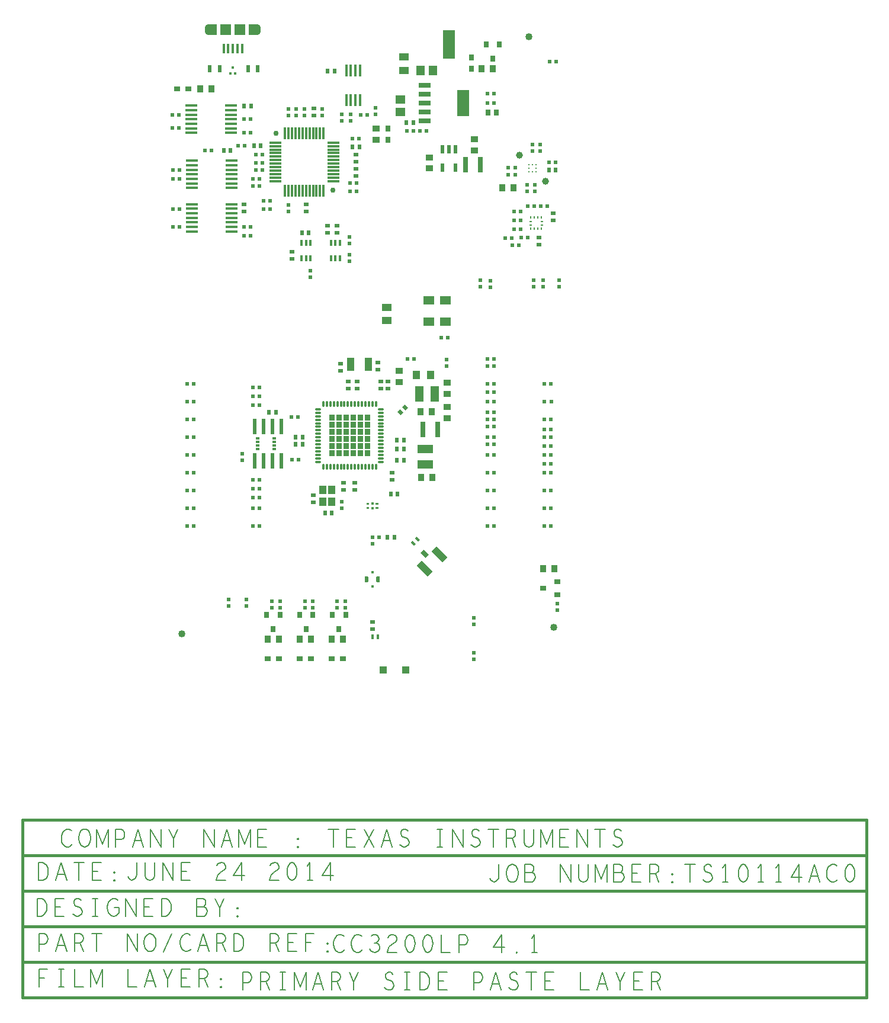
<source format=gbr>
G04 ================== begin FILE IDENTIFICATION RECORD ==================*
G04 Layout Name:  CC3200-LAUNCHXL_BRD_Rev4p1_20140624.brd*
G04 Film Name:    SPT.gbr*
G04 File Format:  Gerber RS274X*
G04 File Origin:  Cadence Allegro 16.6-P004*
G04 Origin Date:  Tue Jun 24 08:36:08 2014*
G04 *
G04 Layer:  DRAWING FORMAT/SPT*
G04 Layer:  PIN/PASTEMASK_TOP*
G04 Layer:  PACKAGE GEOMETRY/PASTEMASK_TOP*
G04 Layer:  DRAWING FORMAT/FILM_LABEL_OUTLINE*
G04 *
G04 Offset:    (0.0000 0.0000)*
G04 Mirror:    No*
G04 Mode:      Positive*
G04 Rotation:  0*
G04 FullContactRelief:  No*
G04 UndefLineWidth:     6.0000*
G04 ================== end FILE IDENTIFICATION RECORD ====================*
%FSLAX25Y25*MOIN*%
%IR0*IPPOS*OFA0.00000B0.00000*MIA0B0*SFA1.00000B1.00000*%
%ADD61R,.07X.15*%
%ADD59R,.045276X.057087*%
%ADD47R,.057087X.045276*%
%ADD30C,.03*%
%ADD10C,.04*%
%AMMACRO37*
21,1,.074803,.043307,0.0,0.0,89.997*%
%ADD37MACRO37*%
%AMMACRO26*
4,1,24,.032382,-.010827,
.032382,.010827,
.032083,.014245,
.031195,.017559,
.029745,.020669,
.027776,.02348,
.02535,.025906,
.022539,.027875,
.01943,.029325,
.016115,.030213,
.012697,.030512,
.012697,.030512,
-.032382,.030512,
-.032382,-.030512,
.012697,-.030512,
.016115,-.030213,
.019429,-.029325,
.022539,-.027875,
.02535,-.025906,
.027776,-.02348,
.029745,-.020669,
.031195,-.017559,
.032083,-.014245,
.032382,-.010827,
.032382,-.010827,
0.0*
%
%ADD26MACRO26*%
%AMMACRO51*
21,1,.041339,.025,0.0,0.0,135.*%
%ADD51MACRO51*%
%AMMACRO50*
21,1,.02598,.01417,0.0,0.0,135.*%
%ADD50MACRO50*%
%ADD18R,.011811X.011811*%
%ADD27R,.004303X.059421*%
%ADD67C,.03937*%
%AMMACRO42*
4,1,6,-.009842,-.010969,
-.009842,.010969,
-.003095,.017717,
.009842,.017717,
.009842,-.017717,
-.003095,-.017717,
-.009842,-.010969,
0.0*
%
%ADD42MACRO42*%
%AMMACRO49*
21,1,.086614,.041339,0.0,0.0,135.*%
%ADD49MACRO49*%
%AMMACRO43*
21,1,.025984,.022835,0.0,0.0,135.*%
%ADD43MACRO43*%
%ADD41R,.01378X.01378*%
%ADD13R,.032X.03*%
%ADD48R,.03X.032*%
%ADD58R,.07X.03*%
%ADD56R,.04X.05*%
%ADD28R,.07X.012*%
%ADD33O,.012X.038*%
%ADD29R,.012X.07*%
%ADD64R,.035X.031*%
%ADD32O,.038X.012*%
%ADD22R,.031X.035*%
%ADD57R,.063X.05*%
%ADD12R,.07X.016*%
%ADD31R,.04X.048*%
%ADD19R,.024X.039*%
%ADD60R,.024X.048*%
%ADD23R,.024X.085*%
%AMMACRO21*
4,1,24,-.032382,.010827,
-.032382,-.010827,
-.032083,-.014245,
-.031195,-.017559,
-.029745,-.020669,
-.027776,-.02348,
-.02535,-.025906,
-.022539,-.027875,
-.01943,-.029325,
-.016115,-.030213,
-.012697,-.030512,
-.012697,-.030512,
.032382,-.030512,
.032382,.030512,
-.012697,.030512,
-.016115,.030213,
-.019429,.029325,
-.022539,.027875,
-.02535,.025906,
-.027776,.02348,
-.029745,.020669,
-.031195,.017559,
-.032083,.014245,
-.032382,.010827,
-.032382,.010827,
0.0*
%
%ADD21MACRO21*%
%ADD62R,.068898X.159449*%
%ADD66R,.011024X.016142*%
%ADD65R,.016142X.011024*%
%AMMACRO35*
4,1,6,.009842,.010969,
.009842,-.010969,
.003095,-.017717,
-.009842,-.017717,
-.009842,.017717,
.003095,.017717,
.009842,.010969,
0.0*
%
%ADD35MACRO35*%
%ADD40R,.01417X.02598*%
%ADD36R,.043307X.074803*%
%ADD38R,.017X.066929*%
%ADD24R,.019685X.011811*%
%ADD16R,.035433X.03937*%
%ADD46R,.03937X.035433*%
%ADD20R,.059055X.061024*%
%ADD52R,.037402X.03937*%
%ADD11R,.022441X.024409*%
%ADD44R,.03937X.037402*%
%ADD39R,.03937X.03937*%
%ADD14R,.024409X.022441*%
%ADD34R,.015748X.037402*%
%ADD68C,.009842*%
%ADD45R,.055118X.041339*%
%ADD63R,.027559X.035433*%
%ADD55R,.049213X.086614*%
%ADD54R,.031496X.086614*%
%ADD53R,.086614X.049213*%
%ADD17R,.015748X.05315*%
%ADD15R,.022835X.025984*%
%ADD25R,.025984X.022835*%
%ADD69C,.015*%
%ADD70C,.006*%
G75*
%LPD*%
G75*
G36*
G01X93020Y140290D02*
Y143710D01*
X95980D01*
Y140290D01*
X93020D01*
G37*
G36*
G01Y136290D02*
Y139710D01*
X95980D01*
Y136290D01*
X93020D01*
G37*
G36*
G01Y132290D02*
Y135710D01*
X95980D01*
Y132290D01*
X93020D01*
G37*
G36*
G01Y128290D02*
Y131710D01*
X95980D01*
Y128290D01*
X93020D01*
G37*
G36*
G01Y124290D02*
Y127710D01*
X95980D01*
Y124290D01*
X93020D01*
G37*
G36*
G01Y144290D02*
Y147710D01*
X95980D01*
Y144290D01*
X93020D01*
G37*
G36*
G01X113949Y96991D02*
Y98172D01*
X115523D01*
Y96991D01*
X113949D01*
G37*
G36*
G01Y94628D02*
Y95809D01*
X115523D01*
Y94628D01*
X113949D01*
G37*
G36*
G01X113020Y140290D02*
Y143710D01*
X115980D01*
Y140290D01*
X113020D01*
G37*
G36*
G01X109020D02*
Y143710D01*
X111980D01*
Y140290D01*
X109020D01*
G37*
G36*
G01X105020D02*
Y143710D01*
X107980D01*
Y140290D01*
X105020D01*
G37*
G36*
G01X101020D02*
Y143710D01*
X103980D01*
Y140290D01*
X101020D01*
G37*
G36*
G01X97020D02*
Y143710D01*
X99980D01*
Y140290D01*
X97020D01*
G37*
G36*
G01X113020Y136290D02*
Y139710D01*
X115980D01*
Y136290D01*
X113020D01*
G37*
G36*
G01X109020D02*
Y139710D01*
X111980D01*
Y136290D01*
X109020D01*
G37*
G36*
G01X105020D02*
Y139710D01*
X107980D01*
Y136290D01*
X105020D01*
G37*
G36*
G01X101020D02*
Y139710D01*
X103980D01*
Y136290D01*
X101020D01*
G37*
G36*
G01X97020D02*
Y139710D01*
X99980D01*
Y136290D01*
X97020D01*
G37*
G36*
G01X113020Y132290D02*
Y135710D01*
X115980D01*
Y132290D01*
X113020D01*
G37*
G36*
G01X109020D02*
Y135710D01*
X111980D01*
Y132290D01*
X109020D01*
G37*
G36*
G01X105020D02*
Y135710D01*
X107980D01*
Y132290D01*
X105020D01*
G37*
G36*
G01X101020D02*
Y135710D01*
X103980D01*
Y132290D01*
X101020D01*
G37*
G36*
G01X97020D02*
Y135710D01*
X99980D01*
Y132290D01*
X97020D01*
G37*
G36*
G01X113020Y128290D02*
Y131710D01*
X115980D01*
Y128290D01*
X113020D01*
G37*
G36*
G01X109020D02*
Y131710D01*
X111980D01*
Y128290D01*
X109020D01*
G37*
G36*
G01X105020D02*
Y131710D01*
X107980D01*
Y128290D01*
X105020D01*
G37*
G36*
G01X101020D02*
Y131710D01*
X103980D01*
Y128290D01*
X101020D01*
G37*
G36*
G01X97020D02*
Y131710D01*
X99980D01*
Y128290D01*
X97020D01*
G37*
G36*
G01X113020Y124290D02*
Y127710D01*
X115980D01*
Y124290D01*
X113020D01*
G37*
G36*
G01X109020D02*
Y127710D01*
X111980D01*
Y124290D01*
X109020D01*
G37*
G36*
G01X105020D02*
Y127710D01*
X107980D01*
Y124290D01*
X105020D01*
G37*
G36*
G01X101020D02*
Y127710D01*
X103980D01*
Y124290D01*
X101020D01*
G37*
G36*
G01X97020D02*
Y127710D01*
X99980D01*
Y124290D01*
X97020D01*
G37*
G36*
G01Y144290D02*
Y147710D01*
X99980D01*
Y144290D01*
X97020D01*
G37*
G36*
G01X101020D02*
Y147710D01*
X103980D01*
Y144290D01*
X101020D01*
G37*
G36*
G01X105020D02*
Y147710D01*
X107980D01*
Y144290D01*
X105020D01*
G37*
G36*
G01X109020D02*
Y147710D01*
X111980D01*
Y144290D01*
X109020D01*
G37*
G36*
G01X113020D02*
Y147710D01*
X115980D01*
Y144290D01*
X113020D01*
G37*
G36*
G01X119067Y94628D02*
Y95809D01*
X120641D01*
Y94628D01*
X119067D01*
G37*
G36*
G01Y96991D02*
Y98172D01*
X120641D01*
Y96991D01*
X119067D01*
G37*
G54D10*
X10000Y24500D03*
X205500Y360500D03*
X219500Y28000D03*
G54D11*
X13110Y95000D03*
X16890D03*
X13110Y85000D03*
X16890D03*
X13110Y105000D03*
X16890D03*
X13110Y115000D03*
X16890D03*
X13110Y125000D03*
X16890D03*
X13110Y135000D03*
X16890D03*
X13110Y155000D03*
X16890D03*
X13110Y145000D03*
X16890D03*
X13110Y165000D03*
X16890D03*
X8890Y253500D03*
X5110D03*
X8890Y263500D03*
X5110D03*
X8890Y280500D03*
X5110D03*
X8890Y285500D03*
X5110D03*
X8390Y316500D03*
X4610D03*
Y309000D03*
X8390D03*
X26890Y296500D03*
X23110D03*
X50110Y95000D03*
X53890D03*
X50110Y85000D03*
X53890D03*
X50110Y101000D03*
X53890D03*
X50110Y111000D03*
X53890D03*
X50110Y106000D03*
X53890D03*
X50110Y158000D03*
X53890D03*
X50110Y153000D03*
X53890D03*
X50110Y163000D03*
X53890D03*
X45110Y253500D03*
X48890D03*
X45110Y248500D03*
X48890D03*
X56110Y263500D03*
Y268000D03*
X53890Y276500D03*
X50110D03*
X53890Y280500D03*
X50110D03*
X55390Y289500D03*
X51610D03*
Y285500D03*
X55390D03*
X41610Y299000D03*
X45390D03*
X55390Y294000D03*
X51610D03*
X45110Y306500D03*
X48890D03*
X45110Y314000D03*
X48890D03*
X75890Y122500D03*
X72110D03*
X71610Y146500D03*
X75390D03*
X59890Y263500D03*
Y268000D03*
X104610Y278000D03*
X108390D03*
X104610Y273500D03*
X108390D03*
X106110Y303000D03*
X109890D03*
X114390Y316500D03*
X110610D03*
X117334Y78764D03*
X121114D03*
X136610Y307500D03*
X140690Y179100D03*
X136910D03*
X156110Y191000D03*
X147890Y307500D03*
X144110D03*
X140390D03*
X159890Y191000D03*
X182110Y95000D03*
X185890D03*
X182110Y85000D03*
X185890D03*
X182110Y115000D03*
X185890D03*
X182110Y105000D03*
X185890D03*
X182110Y125000D03*
X185890D03*
X182110Y141000D03*
X185890D03*
X182110Y131000D03*
X185890D03*
X182110Y135000D03*
X185890D03*
X182110Y145000D03*
X185890D03*
X182110Y149000D03*
X185890D03*
X182110Y160500D03*
X185890D03*
X182110Y155000D03*
X185890D03*
X182110Y165000D03*
X185890D03*
X182110Y175000D03*
X185890D03*
X182110Y179000D03*
X185890D03*
X192110Y247000D03*
X185890Y323000D03*
X182110D03*
Y328500D03*
X185890D03*
X214110Y85000D03*
Y95000D03*
Y115000D03*
Y105000D03*
Y120000D03*
Y135000D03*
Y125000D03*
Y130000D03*
Y139500D03*
Y145000D03*
X214218Y155000D03*
X214110Y165000D03*
X197110Y252000D03*
X200890D03*
X196110Y243000D03*
X199890D03*
X197110Y257000D03*
X200890D03*
X195890Y247000D03*
X204890Y247500D03*
X201110D03*
X208390Y265000D03*
X204610D03*
X212110D03*
X200890Y262000D03*
X197110D03*
X217890Y85000D03*
Y95000D03*
Y115000D03*
Y105000D03*
Y120000D03*
Y135000D03*
Y125000D03*
Y130000D03*
Y139500D03*
Y145000D03*
X217998Y155000D03*
X217890Y165000D03*
X215890Y265000D03*
X216680Y289753D03*
X220459D03*
X220890Y346500D03*
X217110D03*
G54D20*
X34845Y364291D03*
X42719D03*
G54D21*
X26489D03*
G54D12*
X15878Y250823D03*
Y253382D03*
Y255941D03*
Y258500D03*
Y261059D03*
Y263618D03*
Y266177D03*
Y275323D03*
Y277882D03*
Y280441D03*
Y283000D03*
Y285559D03*
Y288118D03*
Y290677D03*
X15378Y306323D03*
Y308882D03*
Y311441D03*
Y314000D03*
Y316559D03*
Y319118D03*
Y321677D03*
X38122Y250823D03*
Y253382D03*
Y255941D03*
Y258500D03*
Y261059D03*
Y263618D03*
Y266177D03*
Y275323D03*
Y277882D03*
Y280441D03*
Y283000D03*
Y285559D03*
Y288118D03*
Y290677D03*
X37622Y306323D03*
Y308882D03*
Y311441D03*
Y314000D03*
Y316559D03*
Y319118D03*
Y321677D03*
G54D30*
X63000Y306000D03*
X95000Y274000D03*
G54D40*
X120523Y22900D03*
X117295D03*
G54D31*
X94559Y98654D03*
X89441D03*
X94559Y105346D03*
X89441D03*
G54D22*
X57750Y34950D03*
X65250D03*
X61500Y27050D03*
X76250Y34950D03*
X83750D03*
X80000Y27050D03*
X94750Y34950D03*
X102250D03*
X98500Y27050D03*
X188750Y355950D03*
X181250D03*
X185000Y348050D03*
G54D13*
X7250Y331000D03*
X13750D03*
X58250Y10500D03*
X64750D03*
X76250D03*
X82750D03*
X94250D03*
X100750D03*
G54D14*
X36500Y43890D03*
Y40110D03*
X46500D03*
Y43890D03*
X44000Y122110D03*
Y125890D03*
X65250Y42890D03*
Y39110D03*
X60750Y42890D03*
Y39110D03*
X70000Y262110D03*
Y265890D03*
X74500Y316110D03*
X70000D03*
X74500Y319890D03*
X70000D03*
X83750Y42890D03*
Y39110D03*
X79250Y42890D03*
Y39110D03*
X82500Y225110D03*
Y228890D03*
X79000Y316110D03*
X89000D03*
X79000Y319890D03*
X89000D03*
X102000Y42890D03*
Y39110D03*
X97500Y42890D03*
Y39110D03*
X100000Y98890D03*
Y95110D03*
X104500Y234110D03*
Y237890D03*
Y244110D03*
Y247890D03*
X100000Y313110D03*
Y316890D03*
X105000Y313110D03*
Y316890D03*
X117295Y78725D03*
Y74945D03*
X119000Y316610D03*
Y320390D03*
X174500Y10110D03*
Y13890D03*
Y33390D03*
Y29610D03*
X159000Y175110D03*
Y178890D03*
X183800Y219410D03*
X178000Y219610D03*
X183800Y223190D03*
X178000Y223390D03*
X193800Y282902D03*
Y286682D03*
X213500Y219610D03*
X208000D03*
X213500Y223390D03*
X208000D03*
X208779Y273336D03*
Y277116D03*
X204279Y273336D03*
Y277116D03*
X211779Y296110D03*
X207500D03*
X197827Y286682D03*
Y282902D03*
X211779Y299890D03*
X207500D03*
X221500Y37610D03*
Y41390D03*
X222500Y219610D03*
Y223390D03*
G54D23*
X56000Y121894D03*
X51000D03*
X56000Y141106D03*
X51000D03*
X66000Y121894D03*
X61000D03*
X66000Y141106D03*
X61000D03*
G54D32*
X86783Y121236D03*
Y140921D03*
Y138953D03*
Y136984D03*
Y135016D03*
Y133047D03*
Y131079D03*
Y129110D03*
Y127142D03*
Y125173D03*
Y123205D03*
Y150764D03*
Y148795D03*
Y146827D03*
Y144858D03*
Y142890D03*
X122217Y121236D03*
Y123205D03*
Y125173D03*
Y127142D03*
Y129110D03*
Y131079D03*
Y133047D03*
Y135016D03*
Y136984D03*
Y138953D03*
Y140921D03*
Y142890D03*
Y144858D03*
Y146827D03*
Y148795D03*
Y150764D03*
G54D41*
X117295Y58937D03*
Y51063D03*
Y95120D03*
Y97680D03*
G54D50*
X142741Y77841D03*
X140459Y75559D03*
G54D15*
X33571Y296500D03*
X37429D03*
X50571Y299000D03*
X54429D03*
X48929Y321500D03*
X45071D03*
X74071Y135000D03*
Y131000D03*
X62929Y149000D03*
X59071D03*
X77571Y250000D03*
X90571Y92500D03*
X94429D03*
X77929Y135000D03*
Y131000D03*
X81429Y250000D03*
X92071Y341000D03*
X95929D03*
X109929Y298500D03*
X106071D03*
X129590Y78764D03*
X125731D03*
X131429Y103000D03*
X127571D03*
X134929Y122000D03*
X131071D03*
X134929Y128500D03*
X131071D03*
X134929Y133500D03*
X131071D03*
X136500Y312000D03*
X140358D03*
X220538Y285532D03*
X216680D03*
G54D24*
X52776Y128547D03*
Y130516D03*
Y132484D03*
Y134453D03*
X62224D03*
Y132484D03*
Y130516D03*
Y128547D03*
G54D60*
X156660Y286743D03*
X164140D03*
X156660Y297058D03*
X160400D03*
X164140D03*
G54D33*
X89736Y118283D03*
X91705D03*
X93673D03*
X95642D03*
Y153717D03*
X93673D03*
X91705D03*
X89736D03*
X97610Y118283D03*
X99579D03*
X101547D03*
X103516D03*
X105484D03*
X107453D03*
X109421D03*
X111390D03*
X113358D03*
X115327D03*
Y153717D03*
X113358D03*
X111390D03*
X109421D03*
X107453D03*
X105484D03*
X103516D03*
X101547D03*
X99579D03*
X97610D03*
X117295Y118283D03*
X119264D03*
Y153717D03*
X117295D03*
G54D42*
X120445Y55000D03*
G54D51*
X146701Y69329D03*
G54D70*
G01X-70227Y-174333D02*
Y-164333D01*
X-65477D01*
G01X-67227Y-169166D02*
X-70227D01*
G01X-59352Y-164333D02*
X-56352D01*
G01X-57852D02*
Y-174333D01*
G01X-59352D02*
X-56352D01*
G01X-50352Y-164333D02*
Y-174333D01*
X-45352D01*
G01X-41102D02*
Y-164333D01*
X-37852Y-172666D01*
X-34602Y-164333D01*
Y-174333D01*
G01X-20352Y-164333D02*
Y-174333D01*
X-15352D01*
G01X-10977D02*
X-7852Y-164333D01*
X-4727Y-174333D01*
G01X-5852Y-170833D02*
X-9852D01*
G01X2148Y-174333D02*
Y-169833D01*
X-352Y-164333D01*
G01X4648D02*
X2148Y-169833D01*
G01X14648Y-174333D02*
X9648D01*
Y-164333D01*
X14648D01*
G01X12648Y-169166D02*
X9648D01*
G01X19648Y-174333D02*
Y-164333D01*
X22773D01*
X23773Y-164833D01*
X24398Y-165500D01*
X24648Y-166833D01*
X24398Y-168166D01*
X23648Y-169000D01*
X22773Y-169500D01*
X19648D01*
G01X22773D02*
X24648Y-174333D01*
G01X32148Y-174666D02*
X31898Y-174500D01*
Y-174166D01*
X32148Y-174000D01*
X32398Y-174166D01*
Y-174500D01*
X32148Y-174666D01*
G01Y-170167D02*
X31898Y-170000D01*
Y-169666D01*
X32148Y-169500D01*
X32398Y-169666D01*
Y-170000D01*
X32148Y-170167D01*
G01X-70352Y-154333D02*
Y-144333D01*
X-67352D01*
X-66352Y-144833D01*
X-65602Y-146000D01*
X-65352Y-147333D01*
X-65602Y-148666D01*
X-66227Y-149666D01*
X-67352Y-150167D01*
X-70352D01*
G01X-60977Y-154333D02*
X-57852Y-144333D01*
X-54727Y-154333D01*
G01X-55852Y-150833D02*
X-59852D01*
G01X-50352Y-154333D02*
Y-144333D01*
X-47227D01*
X-46227Y-144833D01*
X-45602Y-145500D01*
X-45352Y-146833D01*
X-45602Y-148166D01*
X-46352Y-149000D01*
X-47227Y-149500D01*
X-50352D01*
G01X-47227D02*
X-45352Y-154333D01*
G01X-37852Y-144333D02*
Y-154333D01*
G01X-40727Y-144333D02*
X-34977D01*
G01X-20727Y-154333D02*
Y-144333D01*
X-14977Y-154333D01*
Y-144333D01*
G01X-7852Y-154333D02*
X-8852Y-154166D01*
X-9727Y-153500D01*
X-10477Y-152500D01*
X-10977Y-151333D01*
X-11227Y-150000D01*
Y-148666D01*
X-10977Y-147333D01*
X-10477Y-146166D01*
X-9727Y-145166D01*
X-8852Y-144500D01*
X-7852Y-144333D01*
X-6852Y-144500D01*
X-5977Y-145166D01*
X-5227Y-146166D01*
X-4727Y-147333D01*
X-4477Y-148666D01*
Y-150000D01*
X-4727Y-151333D01*
X-5227Y-152500D01*
X-5977Y-153500D01*
X-6852Y-154166D01*
X-7852Y-154333D01*
G01X-102Y-154666D02*
X4398Y-144333D01*
G01X14898Y-145166D02*
X14148Y-144666D01*
X13273Y-144333D01*
X12273D01*
X11148Y-144833D01*
X10273Y-145666D01*
X9648Y-146666D01*
X9148Y-148333D01*
X9023Y-149833D01*
X9273Y-151333D01*
X9648Y-152333D01*
X10398Y-153333D01*
X11273Y-154000D01*
X12148Y-154333D01*
X13023D01*
X13898Y-154000D01*
X14648Y-153500D01*
X15273Y-152833D01*
G01X19023Y-154333D02*
X22148Y-144333D01*
X25273Y-154333D01*
G01X24148Y-150833D02*
X20148D01*
G01X29648Y-154333D02*
Y-144333D01*
X32773D01*
X33773Y-144833D01*
X34398Y-145500D01*
X34648Y-146833D01*
X34398Y-148166D01*
X33648Y-149000D01*
X32773Y-149500D01*
X29648D01*
G01X32773D02*
X34648Y-154333D01*
G01X39398D02*
Y-144333D01*
X41898D01*
X42898Y-144833D01*
X43648Y-145500D01*
X44273Y-146500D01*
X44773Y-147667D01*
X44898Y-149333D01*
X44773Y-151000D01*
X44273Y-152166D01*
X43648Y-153167D01*
X42898Y-153833D01*
X41898Y-154333D01*
X39398D01*
G01X59648D02*
Y-144333D01*
X62773D01*
X63773Y-144833D01*
X64398Y-145500D01*
X64648Y-146833D01*
X64398Y-148166D01*
X63648Y-149000D01*
X62773Y-149500D01*
X59648D01*
G01X62773D02*
X64648Y-154333D01*
G01X74648D02*
X69648D01*
Y-144333D01*
X74648D01*
G01X72648Y-149166D02*
X69648D01*
G01X79773Y-154333D02*
Y-144333D01*
X84523D01*
G01X82773Y-149166D02*
X79773D01*
G01X92148Y-154666D02*
X91898Y-154500D01*
Y-154166D01*
X92148Y-154000D01*
X92398Y-154166D01*
Y-154500D01*
X92148Y-154666D01*
G01Y-150167D02*
X91898Y-150000D01*
Y-149666D01*
X92148Y-149500D01*
X92398Y-149666D01*
Y-150000D01*
X92148Y-150167D01*
G01X-71352Y-134463D02*
Y-124463D01*
X-68852D01*
X-67852Y-124963D01*
X-67102Y-125630D01*
X-66477Y-126630D01*
X-65977Y-127797D01*
X-65852Y-129463D01*
X-65977Y-131130D01*
X-66477Y-132296D01*
X-67102Y-133297D01*
X-67852Y-133963D01*
X-68852Y-134463D01*
X-71352D01*
G01X-56102D02*
X-61102D01*
Y-124463D01*
X-56102D01*
G01X-58102Y-129296D02*
X-61102D01*
G01X-51227Y-133130D02*
X-50227Y-133963D01*
X-49102Y-134463D01*
X-48102D01*
X-47102Y-133963D01*
X-46352Y-133130D01*
X-45977Y-131963D01*
X-46227Y-130797D01*
X-46852Y-129796D01*
X-47977Y-129130D01*
X-49477Y-128796D01*
X-50352Y-128130D01*
X-50727Y-126963D01*
X-50477Y-125796D01*
X-49852Y-124963D01*
X-48977Y-124463D01*
X-48102D01*
X-47227Y-124796D01*
X-46477Y-125630D01*
G01X-40102Y-124463D02*
X-37102D01*
G01X-38602D02*
Y-134463D01*
G01X-40102D02*
X-37102D01*
G01X-27852Y-129463D02*
X-25352D01*
Y-132463D01*
X-26102Y-133463D01*
X-26977Y-134130D01*
X-28227Y-134463D01*
X-29477Y-134130D01*
X-30352Y-133463D01*
X-31102Y-132463D01*
X-31602Y-131296D01*
X-31852Y-129963D01*
Y-128796D01*
X-31602Y-127797D01*
X-31102Y-126630D01*
X-30352Y-125630D01*
X-29602Y-124963D01*
X-28602Y-124463D01*
X-27727D01*
X-26727Y-124796D01*
X-25977Y-125463D01*
G01X-21477Y-134463D02*
Y-124463D01*
X-15727Y-134463D01*
Y-124463D01*
G01X-6102Y-134463D02*
X-11102D01*
Y-124463D01*
X-6102D01*
G01X-8102Y-129296D02*
X-11102D01*
G01X-1352Y-134463D02*
Y-124463D01*
X1148D01*
X2148Y-124963D01*
X2898Y-125630D01*
X3523Y-126630D01*
X4023Y-127797D01*
X4148Y-129463D01*
X4023Y-131130D01*
X3523Y-132296D01*
X2898Y-133297D01*
X2148Y-133963D01*
X1148Y-134463D01*
X-1352D01*
G01X22398Y-129130D02*
X22898Y-128630D01*
X23273Y-127797D01*
X23523Y-126630D01*
X23273Y-125630D01*
X22773Y-124963D01*
X21898Y-124463D01*
X18523D01*
Y-134463D01*
X22648D01*
X23523Y-133796D01*
X24023Y-132796D01*
X24273Y-131630D01*
X24023Y-130463D01*
X23273Y-129463D01*
X22398Y-129130D01*
X18523D01*
G01X31398Y-134463D02*
Y-129963D01*
X28898Y-124463D01*
G01X33898D02*
X31398Y-129963D01*
G01X41398Y-134796D02*
X41148Y-134630D01*
Y-134296D01*
X41398Y-134130D01*
X41648Y-134296D01*
Y-134630D01*
X41398Y-134796D01*
G01Y-130297D02*
X41148Y-130130D01*
Y-129796D01*
X41398Y-129630D01*
X41648Y-129796D01*
Y-130130D01*
X41398Y-130297D01*
G01X-70602Y-114333D02*
Y-104333D01*
X-68102D01*
X-67102Y-104833D01*
X-66352Y-105500D01*
X-65727Y-106500D01*
X-65227Y-107667D01*
X-65102Y-109333D01*
X-65227Y-111000D01*
X-65727Y-112166D01*
X-66352Y-113167D01*
X-67102Y-113833D01*
X-68102Y-114333D01*
X-70602D01*
G01X-60977D02*
X-57852Y-104333D01*
X-54727Y-114333D01*
G01X-55852Y-110833D02*
X-59852D01*
G01X-47852Y-104333D02*
Y-114333D01*
G01X-50727Y-104333D02*
X-44977D01*
G01X-35352Y-114333D02*
X-40352D01*
Y-104333D01*
X-35352D01*
G01X-37352Y-109166D02*
X-40352D01*
G01X-27852Y-114666D02*
X-28102Y-114500D01*
Y-114166D01*
X-27852Y-114000D01*
X-27602Y-114166D01*
Y-114500D01*
X-27852Y-114666D01*
G01Y-110167D02*
X-28102Y-110000D01*
Y-109666D01*
X-27852Y-109500D01*
X-27602Y-109666D01*
Y-110000D01*
X-27852Y-110167D01*
G01X-20352Y-112333D02*
X-19727Y-113333D01*
X-18977Y-114000D01*
X-18102Y-114333D01*
X-17102Y-114000D01*
X-16352Y-113333D01*
X-15602Y-112333D01*
X-15352Y-111000D01*
Y-104333D01*
G01X-10602D02*
Y-111500D01*
X-10102Y-113000D01*
X-9102Y-114000D01*
X-7852Y-114333D01*
X-6602Y-114000D01*
X-5602Y-113000D01*
X-5102Y-111500D01*
Y-104333D01*
G01X-727Y-114333D02*
Y-104333D01*
X5023Y-114333D01*
Y-104333D01*
G01X14648Y-114333D02*
X9648D01*
Y-104333D01*
X14648D01*
G01X12648Y-109166D02*
X9648D01*
G01X29773Y-106000D02*
X30523Y-105000D01*
X31398Y-104500D01*
X32398Y-104333D01*
X33648Y-104666D01*
X34523Y-105500D01*
X34773Y-106500D01*
X34648Y-107500D01*
X34148Y-108333D01*
X31648Y-110000D01*
X30523Y-111166D01*
X29773Y-112833D01*
X29523Y-114333D01*
X34773D01*
G01X43648D02*
Y-104333D01*
X39023Y-111500D01*
X45273D01*
G01X59773Y-106000D02*
X60523Y-105000D01*
X61398Y-104500D01*
X62398Y-104333D01*
X63648Y-104666D01*
X64523Y-105500D01*
X64773Y-106500D01*
X64648Y-107500D01*
X64148Y-108333D01*
X61648Y-110000D01*
X60523Y-111166D01*
X59773Y-112833D01*
X59523Y-114333D01*
X64773D01*
G01X72148Y-104333D02*
X71148Y-104666D01*
X70398Y-105500D01*
X69898Y-106500D01*
X69523Y-107833D01*
X69398Y-109333D01*
X69523Y-110833D01*
X69898Y-112166D01*
X70398Y-113167D01*
X71148Y-114000D01*
X72148Y-114333D01*
X73148Y-114000D01*
X73898Y-113167D01*
X74398Y-112166D01*
X74773Y-110833D01*
X74898Y-109333D01*
X74773Y-107833D01*
X74398Y-106500D01*
X73898Y-105500D01*
X73148Y-104666D01*
X72148Y-104333D01*
G01X82148Y-114333D02*
Y-104333D01*
X80648Y-106333D01*
G01Y-114333D02*
X83648D01*
G01X93648D02*
Y-104333D01*
X89023Y-111500D01*
X95273D01*
G01X-51852Y-86296D02*
X-52602Y-85796D01*
X-53477Y-85463D01*
X-54477D01*
X-55602Y-85963D01*
X-56477Y-86796D01*
X-57102Y-87796D01*
X-57602Y-89463D01*
X-57727Y-90963D01*
X-57477Y-92463D01*
X-57102Y-93463D01*
X-56352Y-94463D01*
X-55477Y-95130D01*
X-54602Y-95463D01*
X-53727D01*
X-52852Y-95130D01*
X-52102Y-94630D01*
X-51477Y-93963D01*
G01X-44602Y-95463D02*
X-45602Y-95296D01*
X-46477Y-94630D01*
X-47227Y-93630D01*
X-47727Y-92463D01*
X-47977Y-91130D01*
Y-89796D01*
X-47727Y-88463D01*
X-47227Y-87296D01*
X-46477Y-86296D01*
X-45602Y-85630D01*
X-44602Y-85463D01*
X-43602Y-85630D01*
X-42727Y-86296D01*
X-41977Y-87296D01*
X-41477Y-88463D01*
X-41227Y-89796D01*
Y-91130D01*
X-41477Y-92463D01*
X-41977Y-93630D01*
X-42727Y-94630D01*
X-43602Y-95296D01*
X-44602Y-95463D01*
G01X-37852D02*
Y-85463D01*
X-34602Y-93796D01*
X-31352Y-85463D01*
Y-95463D01*
G01X-27102D02*
Y-85463D01*
X-24102D01*
X-23102Y-85963D01*
X-22352Y-87130D01*
X-22102Y-88463D01*
X-22352Y-89796D01*
X-22977Y-90796D01*
X-24102Y-91297D01*
X-27102D01*
G01X-17727Y-95463D02*
X-14602Y-85463D01*
X-11477Y-95463D01*
G01X-12602Y-91963D02*
X-16602D01*
G01X-7477Y-95463D02*
Y-85463D01*
X-1727Y-95463D01*
Y-85463D01*
G01X5398Y-95463D02*
Y-90963D01*
X2898Y-85463D01*
G01X7898D02*
X5398Y-90963D01*
G01X22523Y-95463D02*
Y-85463D01*
X28273Y-95463D01*
Y-85463D01*
G01X32273Y-95463D02*
X35398Y-85463D01*
X38523Y-95463D01*
G01X37398Y-91963D02*
X33398D01*
G01X42148Y-95463D02*
Y-85463D01*
X45398Y-93796D01*
X48648Y-85463D01*
Y-95463D01*
G01X57898D02*
X52898D01*
Y-85463D01*
X57898D01*
G01X55898Y-90296D02*
X52898D01*
G01X75398Y-95796D02*
X75148Y-95630D01*
Y-95296D01*
X75398Y-95130D01*
X75648Y-95296D01*
Y-95630D01*
X75398Y-95796D01*
G01Y-91297D02*
X75148Y-91130D01*
Y-90796D01*
X75398Y-90630D01*
X75648Y-90796D01*
Y-91130D01*
X75398Y-91297D01*
G01X95398Y-85463D02*
Y-95463D01*
G01X92523Y-85463D02*
X98273D01*
G01X107898Y-95463D02*
X102898D01*
Y-85463D01*
X107898D01*
G01X105898Y-90296D02*
X102898D01*
G01X112773Y-95463D02*
X118023Y-85463D01*
G01X112773D02*
X118023Y-95463D01*
G01X122273D02*
X125398Y-85463D01*
X128523Y-95463D01*
G01X127398Y-91963D02*
X123398D01*
G01X132773Y-94130D02*
X133773Y-94963D01*
X134898Y-95463D01*
X135898D01*
X136898Y-94963D01*
X137648Y-94130D01*
X138023Y-92963D01*
X137773Y-91797D01*
X137148Y-90796D01*
X136023Y-90130D01*
X134523Y-89796D01*
X133648Y-89130D01*
X133273Y-87963D01*
X133523Y-86796D01*
X134148Y-85963D01*
X135023Y-85463D01*
X135898D01*
X136773Y-85796D01*
X137523Y-86630D01*
G01X153898Y-85463D02*
X156898D01*
G01X155398D02*
Y-95463D01*
G01X153898D02*
X156898D01*
G01X162523D02*
Y-85463D01*
X168273Y-95463D01*
Y-85463D01*
G01X172773Y-94130D02*
X173773Y-94963D01*
X174898Y-95463D01*
X175898D01*
X176898Y-94963D01*
X177648Y-94130D01*
X178023Y-92963D01*
X177773Y-91797D01*
X177148Y-90796D01*
X176023Y-90130D01*
X174523Y-89796D01*
X173648Y-89130D01*
X173273Y-87963D01*
X173523Y-86796D01*
X174148Y-85963D01*
X175023Y-85463D01*
X175898D01*
X176773Y-85796D01*
X177523Y-86630D01*
G01X185398Y-85463D02*
Y-95463D01*
G01X182523Y-85463D02*
X188273D01*
G01X192898Y-95463D02*
Y-85463D01*
X196023D01*
X197023Y-85963D01*
X197648Y-86630D01*
X197898Y-87963D01*
X197648Y-89296D01*
X196898Y-90130D01*
X196023Y-90630D01*
X192898D01*
G01X196023D02*
X197898Y-95463D01*
G01X202648Y-85463D02*
Y-92630D01*
X203148Y-94130D01*
X204148Y-95130D01*
X205398Y-95463D01*
X206648Y-95130D01*
X207648Y-94130D01*
X208148Y-92630D01*
Y-85463D01*
G01X212148Y-95463D02*
Y-85463D01*
X215398Y-93796D01*
X218648Y-85463D01*
Y-95463D01*
G01X227898D02*
X222898D01*
Y-85463D01*
X227898D01*
G01X225898Y-90296D02*
X222898D01*
G01X232523Y-95463D02*
Y-85463D01*
X238273Y-95463D01*
Y-85463D01*
G01X245398D02*
Y-95463D01*
G01X242523Y-85463D02*
X248273D01*
G01X252773Y-94130D02*
X253773Y-94963D01*
X254898Y-95463D01*
X255898D01*
X256898Y-94963D01*
X257648Y-94130D01*
X258023Y-92963D01*
X257773Y-91797D01*
X257148Y-90796D01*
X256023Y-90130D01*
X254523Y-89796D01*
X253648Y-89130D01*
X253273Y-87963D01*
X253523Y-86796D01*
X254148Y-85963D01*
X255023Y-85463D01*
X255898D01*
X256773Y-85796D01*
X257523Y-86630D01*
G01X44250Y-176000D02*
Y-166000D01*
X47250D01*
X48250Y-166500D01*
X49000Y-167667D01*
X49250Y-169000D01*
X49000Y-170333D01*
X48375Y-171333D01*
X47250Y-171834D01*
X44250D01*
G01X54250Y-176000D02*
Y-166000D01*
X57375D01*
X58375Y-166500D01*
X59000Y-167167D01*
X59250Y-168500D01*
X59000Y-169833D01*
X58250Y-170667D01*
X57375Y-171167D01*
X54250D01*
G01X57375D02*
X59250Y-176000D01*
G01X65250Y-166000D02*
X68250D01*
G01X66750D02*
Y-176000D01*
G01X65250D02*
X68250D01*
G01X73500D02*
Y-166000D01*
X76750Y-174333D01*
X80000Y-166000D01*
Y-176000D01*
G01X83625D02*
X86750Y-166000D01*
X89875Y-176000D01*
G01X88750Y-172500D02*
X84750D01*
G01X94250Y-176000D02*
Y-166000D01*
X97375D01*
X98375Y-166500D01*
X99000Y-167167D01*
X99250Y-168500D01*
X99000Y-169833D01*
X98250Y-170667D01*
X97375Y-171167D01*
X94250D01*
G01X97375D02*
X99250Y-176000D01*
G01X106750D02*
Y-171500D01*
X104250Y-166000D01*
G01X109250D02*
X106750Y-171500D01*
G01X124125Y-174667D02*
X125125Y-175500D01*
X126250Y-176000D01*
X127250D01*
X128250Y-175500D01*
X129000Y-174667D01*
X129375Y-173500D01*
X129125Y-172334D01*
X128500Y-171333D01*
X127375Y-170667D01*
X125875Y-170333D01*
X125000Y-169667D01*
X124625Y-168500D01*
X124875Y-167333D01*
X125500Y-166500D01*
X126375Y-166000D01*
X127250D01*
X128125Y-166333D01*
X128875Y-167167D01*
G01X135250Y-166000D02*
X138250D01*
G01X136750D02*
Y-176000D01*
G01X135250D02*
X138250D01*
G01X144000D02*
Y-166000D01*
X146500D01*
X147500Y-166500D01*
X148250Y-167167D01*
X148875Y-168167D01*
X149375Y-169334D01*
X149500Y-171000D01*
X149375Y-172667D01*
X148875Y-173833D01*
X148250Y-174834D01*
X147500Y-175500D01*
X146500Y-176000D01*
X144000D01*
G01X159250D02*
X154250D01*
Y-166000D01*
X159250D01*
G01X157250Y-170833D02*
X154250D01*
G01X174250Y-176000D02*
Y-166000D01*
X177250D01*
X178250Y-166500D01*
X179000Y-167667D01*
X179250Y-169000D01*
X179000Y-170333D01*
X178375Y-171333D01*
X177250Y-171834D01*
X174250D01*
G01X183625Y-176000D02*
X186750Y-166000D01*
X189875Y-176000D01*
G01X188750Y-172500D02*
X184750D01*
G01X194125Y-174667D02*
X195125Y-175500D01*
X196250Y-176000D01*
X197250D01*
X198250Y-175500D01*
X199000Y-174667D01*
X199375Y-173500D01*
X199125Y-172334D01*
X198500Y-171333D01*
X197375Y-170667D01*
X195875Y-170333D01*
X195000Y-169667D01*
X194625Y-168500D01*
X194875Y-167333D01*
X195500Y-166500D01*
X196375Y-166000D01*
X197250D01*
X198125Y-166333D01*
X198875Y-167167D01*
G01X206750Y-166000D02*
Y-176000D01*
G01X203875Y-166000D02*
X209625D01*
G01X219250Y-176000D02*
X214250D01*
Y-166000D01*
X219250D01*
G01X217250Y-170833D02*
X214250D01*
G01X234250Y-166000D02*
Y-176000D01*
X239250D01*
G01X243625D02*
X246750Y-166000D01*
X249875Y-176000D01*
G01X248750Y-172500D02*
X244750D01*
G01X256750Y-176000D02*
Y-171500D01*
X254250Y-166000D01*
G01X259250D02*
X256750Y-171500D01*
G01X269250Y-176000D02*
X264250D01*
Y-166000D01*
X269250D01*
G01X267250Y-170833D02*
X264250D01*
G01X274250Y-176000D02*
Y-166000D01*
X277375D01*
X278375Y-166500D01*
X279000Y-167167D01*
X279250Y-168500D01*
X279000Y-169833D01*
X278250Y-170667D01*
X277375Y-171167D01*
X274250D01*
G01X277375D02*
X279250Y-176000D01*
G01X101250Y-145667D02*
X100500Y-145167D01*
X99625Y-144833D01*
X98625D01*
X97500Y-145334D01*
X96625Y-146167D01*
X96000Y-147167D01*
X95500Y-148833D01*
X95375Y-150333D01*
X95625Y-151833D01*
X96000Y-152833D01*
X96750Y-153834D01*
X97625Y-154500D01*
X98500Y-154833D01*
X99375D01*
X100250Y-154500D01*
X101000Y-154000D01*
X101625Y-153334D01*
G01X111250Y-145667D02*
X110500Y-145167D01*
X109625Y-144833D01*
X108625D01*
X107500Y-145334D01*
X106625Y-146167D01*
X106000Y-147167D01*
X105500Y-148833D01*
X105375Y-150333D01*
X105625Y-151833D01*
X106000Y-152833D01*
X106750Y-153834D01*
X107625Y-154500D01*
X108500Y-154833D01*
X109375D01*
X110250Y-154500D01*
X111000Y-154000D01*
X111625Y-153334D01*
G01X115750Y-152833D02*
X116500Y-154000D01*
X117500Y-154667D01*
X118625Y-154833D01*
X119625Y-154667D01*
X120625Y-153834D01*
X121250Y-152833D01*
X121375Y-151833D01*
X121125Y-150667D01*
X120250Y-149833D01*
X119375Y-149500D01*
X118250D01*
G01X119375D02*
X120125Y-149000D01*
X120750Y-148167D01*
X121000Y-147167D01*
X120750Y-146167D01*
X120125Y-145334D01*
X119000Y-144833D01*
X117875Y-145000D01*
X116750Y-145667D01*
G01X126125Y-146500D02*
X126875Y-145500D01*
X127750Y-145000D01*
X128750Y-144833D01*
X130000Y-145167D01*
X130875Y-146000D01*
X131125Y-147000D01*
X131000Y-148000D01*
X130500Y-148833D01*
X128000Y-150500D01*
X126875Y-151667D01*
X126125Y-153334D01*
X125875Y-154833D01*
X131125D01*
G01X138500Y-144833D02*
X137500Y-145167D01*
X136750Y-146000D01*
X136250Y-147000D01*
X135875Y-148334D01*
X135750Y-149833D01*
X135875Y-151333D01*
X136250Y-152667D01*
X136750Y-153667D01*
X137500Y-154500D01*
X138500Y-154833D01*
X139500Y-154500D01*
X140250Y-153667D01*
X140750Y-152667D01*
X141125Y-151333D01*
X141250Y-149833D01*
X141125Y-148334D01*
X140750Y-147000D01*
X140250Y-146000D01*
X139500Y-145167D01*
X138500Y-144833D01*
G01X148500D02*
X147500Y-145167D01*
X146750Y-146000D01*
X146250Y-147000D01*
X145875Y-148334D01*
X145750Y-149833D01*
X145875Y-151333D01*
X146250Y-152667D01*
X146750Y-153667D01*
X147500Y-154500D01*
X148500Y-154833D01*
X149500Y-154500D01*
X150250Y-153667D01*
X150750Y-152667D01*
X151125Y-151333D01*
X151250Y-149833D01*
X151125Y-148334D01*
X150750Y-147000D01*
X150250Y-146000D01*
X149500Y-145167D01*
X148500Y-144833D01*
G01X156000D02*
Y-154833D01*
X161000D01*
G01X166000D02*
Y-144833D01*
X169000D01*
X170000Y-145334D01*
X170750Y-146500D01*
X171000Y-147833D01*
X170750Y-149167D01*
X170125Y-150167D01*
X169000Y-150667D01*
X166000D01*
G01X190000Y-154833D02*
Y-144833D01*
X185375Y-152000D01*
X191625D01*
G01X198500Y-155167D02*
X198250Y-155000D01*
Y-154667D01*
X198500Y-154500D01*
X198750Y-154667D01*
Y-155000D01*
X198500Y-155167D01*
G01X208500Y-154833D02*
Y-144833D01*
X207000Y-146833D01*
G01Y-154833D02*
X210000D01*
G01X183550Y-113400D02*
X184175Y-114400D01*
X184925Y-115067D01*
X185800Y-115400D01*
X186800Y-115067D01*
X187550Y-114400D01*
X188300Y-113400D01*
X188550Y-112067D01*
Y-105400D01*
G01X196050Y-115400D02*
X195050Y-115233D01*
X194175Y-114567D01*
X193425Y-113567D01*
X192925Y-112400D01*
X192675Y-111067D01*
Y-109733D01*
X192925Y-108400D01*
X193425Y-107233D01*
X194175Y-106233D01*
X195050Y-105567D01*
X196050Y-105400D01*
X197050Y-105567D01*
X197925Y-106233D01*
X198675Y-107233D01*
X199175Y-108400D01*
X199425Y-109733D01*
Y-111067D01*
X199175Y-112400D01*
X198675Y-113567D01*
X197925Y-114567D01*
X197050Y-115233D01*
X196050Y-115400D01*
G01X207050Y-110067D02*
X207550Y-109567D01*
X207925Y-108734D01*
X208175Y-107567D01*
X207925Y-106567D01*
X207425Y-105900D01*
X206550Y-105400D01*
X203175D01*
Y-115400D01*
X207300D01*
X208175Y-114733D01*
X208675Y-113733D01*
X208925Y-112567D01*
X208675Y-111400D01*
X207925Y-110400D01*
X207050Y-110067D01*
X203175D01*
G01X223175Y-115400D02*
Y-105400D01*
X228925Y-115400D01*
Y-105400D01*
G01X233300D02*
Y-112567D01*
X233800Y-114067D01*
X234800Y-115067D01*
X236050Y-115400D01*
X237300Y-115067D01*
X238300Y-114067D01*
X238800Y-112567D01*
Y-105400D01*
G01X242800Y-115400D02*
Y-105400D01*
X246050Y-113733D01*
X249300Y-105400D01*
Y-115400D01*
G01X257050Y-110067D02*
X257550Y-109567D01*
X257925Y-108734D01*
X258175Y-107567D01*
X257925Y-106567D01*
X257425Y-105900D01*
X256550Y-105400D01*
X253175D01*
Y-115400D01*
X257300D01*
X258175Y-114733D01*
X258675Y-113733D01*
X258925Y-112567D01*
X258675Y-111400D01*
X257925Y-110400D01*
X257050Y-110067D01*
X253175D01*
G01X268550Y-115400D02*
X263550D01*
Y-105400D01*
X268550D01*
G01X266550Y-110233D02*
X263550D01*
G01X273550Y-115400D02*
Y-105400D01*
X276675D01*
X277675Y-105900D01*
X278300Y-106567D01*
X278550Y-107900D01*
X278300Y-109233D01*
X277550Y-110067D01*
X276675Y-110567D01*
X273550D01*
G01X276675D02*
X278550Y-115400D01*
G01X286050Y-115733D02*
X285800Y-115567D01*
Y-115233D01*
X286050Y-115067D01*
X286300Y-115233D01*
Y-115567D01*
X286050Y-115733D01*
G01Y-111234D02*
X285800Y-111067D01*
Y-110733D01*
X286050Y-110567D01*
X286300Y-110733D01*
Y-111067D01*
X286050Y-111234D01*
G01X296050Y-105400D02*
Y-115400D01*
G01X293175Y-105400D02*
X298925D01*
G01X303425Y-114067D02*
X304425Y-114900D01*
X305550Y-115400D01*
X306550D01*
X307550Y-114900D01*
X308300Y-114067D01*
X308675Y-112900D01*
X308425Y-111734D01*
X307800Y-110733D01*
X306675Y-110067D01*
X305175Y-109733D01*
X304300Y-109067D01*
X303925Y-107900D01*
X304175Y-106733D01*
X304800Y-105900D01*
X305675Y-105400D01*
X306550D01*
X307425Y-105733D01*
X308175Y-106567D01*
G01X316050Y-115400D02*
Y-105400D01*
X314550Y-107400D01*
G01Y-115400D02*
X317550D01*
G01X326050Y-105400D02*
X325050Y-105733D01*
X324300Y-106567D01*
X323800Y-107567D01*
X323425Y-108900D01*
X323300Y-110400D01*
X323425Y-111900D01*
X323800Y-113233D01*
X324300Y-114234D01*
X325050Y-115067D01*
X326050Y-115400D01*
X327050Y-115067D01*
X327800Y-114234D01*
X328300Y-113233D01*
X328675Y-111900D01*
X328800Y-110400D01*
X328675Y-108900D01*
X328300Y-107567D01*
X327800Y-106567D01*
X327050Y-105733D01*
X326050Y-105400D01*
G01X336050Y-115400D02*
Y-105400D01*
X334550Y-107400D01*
G01Y-115400D02*
X337550D01*
G01X346050D02*
Y-105400D01*
X344550Y-107400D01*
G01Y-115400D02*
X347550D01*
G01X357550D02*
Y-105400D01*
X352925Y-112567D01*
X359175D01*
G01X362925Y-115400D02*
X366050Y-105400D01*
X369175Y-115400D01*
G01X368050Y-111900D02*
X364050D01*
G01X378800Y-106233D02*
X378050Y-105733D01*
X377175Y-105400D01*
X376175D01*
X375050Y-105900D01*
X374175Y-106733D01*
X373550Y-107733D01*
X373050Y-109400D01*
X372925Y-110900D01*
X373175Y-112400D01*
X373550Y-113400D01*
X374300Y-114400D01*
X375175Y-115067D01*
X376050Y-115400D01*
X376925D01*
X377800Y-115067D01*
X378550Y-114567D01*
X379175Y-113900D01*
G01X386050Y-105400D02*
X385050Y-105733D01*
X384300Y-106567D01*
X383800Y-107567D01*
X383425Y-108900D01*
X383300Y-110400D01*
X383425Y-111900D01*
X383800Y-113233D01*
X384300Y-114234D01*
X385050Y-115067D01*
X386050Y-115400D01*
X387050Y-115067D01*
X387800Y-114234D01*
X388300Y-113233D01*
X388675Y-111900D01*
X388800Y-110400D01*
X388675Y-108900D01*
X388300Y-107567D01*
X387800Y-106567D01*
X387050Y-105733D01*
X386050Y-105400D01*
G54D25*
X45000Y262071D03*
Y265929D03*
X72000Y239429D03*
Y235571D03*
X84000Y98571D03*
Y102429D03*
X92000Y253929D03*
Y250071D03*
X80000Y262071D03*
Y265929D03*
X84500Y316071D03*
Y319929D03*
X107500Y105571D03*
Y109429D03*
X101000Y105571D03*
Y109429D03*
X103800Y166429D03*
Y162571D03*
X108800Y166429D03*
Y162571D03*
X99500Y172571D03*
Y176429D03*
X97500Y253929D03*
Y250071D03*
X108000Y293929D03*
Y290071D03*
Y282071D03*
Y285929D03*
X117295Y27171D03*
Y31029D03*
X128500Y111071D03*
Y114929D03*
X126000Y166429D03*
Y162571D03*
X122000Y166429D03*
Y162571D03*
X120500Y173071D03*
Y176929D03*
X211000Y243571D03*
Y247429D03*
X219000Y257071D03*
Y260929D03*
G54D34*
X96500Y235669D03*
X93941D03*
X82559D03*
X80000D03*
X77441D03*
X93941Y244331D03*
X96500D03*
X82559D03*
X77441D03*
X80000D03*
X99059Y235669D03*
Y244331D03*
G54D52*
X151150Y112500D03*
X144850D03*
X150650Y149500D03*
X144350D03*
G54D16*
X26650Y331000D03*
X20350D03*
X58350Y21500D03*
X64650D03*
X76350D03*
X82650D03*
X94350D03*
X100650D03*
X190500Y275500D03*
X185150Y342500D03*
X178850D03*
X213450Y61200D03*
X196799Y275500D03*
X219750Y61200D03*
G54D43*
X135864Y151864D03*
X133136Y149136D03*
G54D61*
X168255Y323000D03*
G54D17*
X33664Y353760D03*
X36223D03*
X38782D03*
X41341D03*
X43900D03*
G54D53*
X147000Y119669D03*
Y128331D03*
G54D44*
X132500Y172350D03*
Y166050D03*
X149500Y292550D03*
Y286250D03*
X159400Y145850D03*
Y152150D03*
X159500Y159350D03*
Y165650D03*
X174600Y296550D03*
Y302850D03*
G54D35*
X114145Y55000D03*
G54D62*
X160500Y356000D03*
G54D26*
X51075Y364291D03*
G54D54*
X145866Y139500D03*
X154134D03*
X169666Y288300D03*
X177934D03*
G54D63*
X182244Y317624D03*
X187165D03*
G54D45*
X125500Y200760D03*
Y208240D03*
X135000Y349000D03*
Y341520D03*
G54D36*
X105079Y176000D03*
G54D27*
X57500Y131500D03*
G54D18*
X37404Y339612D03*
X40160D03*
X38782Y342959D03*
G54D55*
X143669Y159500D03*
X152331D03*
G54D46*
X119500Y308799D03*
Y302500D03*
G54D19*
X25744Y342500D03*
X31256D03*
X47244D03*
X52756D03*
G54D64*
X213517Y50000D03*
X221417Y46250D03*
Y53750D03*
G54D28*
X62760Y279179D03*
Y281147D03*
Y283115D03*
Y285083D03*
Y287051D03*
Y289019D03*
Y290987D03*
Y292955D03*
Y294923D03*
Y296891D03*
Y298859D03*
Y300827D03*
X95240Y279173D03*
Y298853D03*
Y296885D03*
Y294917D03*
Y292949D03*
Y290981D03*
Y289013D03*
Y287045D03*
Y285077D03*
Y283109D03*
Y281141D03*
Y300821D03*
G54D37*
X114921Y176000D03*
G54D38*
X102661Y341268D03*
X105220D03*
X107780D03*
X110339D03*
X102661Y324732D03*
X105220D03*
X107780D03*
X110339D03*
G54D65*
X212709Y254516D03*
Y256484D03*
X206291D03*
Y254516D03*
G54D29*
X68173Y273760D03*
X76045D03*
X74077D03*
X72109D03*
X70141D03*
X76051Y306240D03*
X74083D03*
X72115D03*
X70147D03*
X68179D03*
X89821Y273760D03*
X87853D03*
X85885D03*
X83917D03*
X81949D03*
X79981D03*
X78013D03*
X89827Y306240D03*
X87859D03*
X85891D03*
X83923D03*
X81955D03*
X79987D03*
X78019D03*
G54D56*
X142000Y170000D03*
X150000D03*
G54D47*
X133000Y317957D03*
Y325043D03*
G54D39*
X135980Y4000D03*
X123382D03*
G54D66*
X212453Y258709D03*
X210484D03*
X208516D03*
X206547D03*
X212453Y252291D03*
X210484D03*
X208516D03*
X206547D03*
G54D57*
X149000Y200000D03*
Y212000D03*
X158500Y200000D03*
Y212000D03*
G54D48*
X126000Y308750D03*
Y302250D03*
X173000Y348750D03*
Y342250D03*
G54D58*
X146655Y313000D03*
Y318000D03*
Y323000D03*
Y328000D03*
Y333000D03*
G54D49*
X146840Y60978D03*
X155053Y69190D03*
G54D67*
X214783Y279217D03*
X200217Y293783D03*
G54D68*
X205532Y284532D03*
Y286500D03*
Y288468D03*
X207500Y284532D03*
Y288468D03*
X209468Y284532D03*
Y286500D03*
Y288468D03*
G54D59*
X151500Y341500D03*
X144413D03*
G54D69*
G01X-77102Y-80133D02*
X395398D01*
Y-180133D01*
X-79602D01*
Y-80133D01*
X-77102D01*
G01X-79602Y-160133D02*
X395398D01*
G01X-79602Y-140133D02*
X395398D01*
G01X-79602Y-120133D02*
X395398D01*
G01X-79602Y-100133D02*
X395398D01*
M02*

</source>
